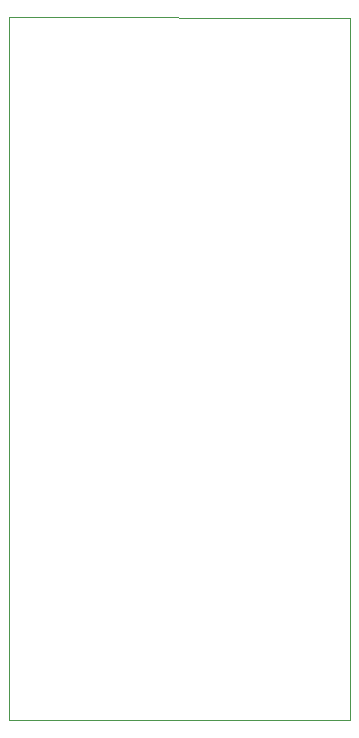
<source format=gbr>
%TF.GenerationSoftware,KiCad,Pcbnew,(5.1.6-0-10_14)*%
%TF.CreationDate,2020-08-24T18:45:30-04:00*%
%TF.ProjectId,atiny85_shield,6174696e-7938-4355-9f73-6869656c642e,rev?*%
%TF.SameCoordinates,Original*%
%TF.FileFunction,Profile,NP*%
%FSLAX46Y46*%
G04 Gerber Fmt 4.6, Leading zero omitted, Abs format (unit mm)*
G04 Created by KiCad (PCBNEW (5.1.6-0-10_14)) date 2020-08-24 18:45:30*
%MOMM*%
%LPD*%
G01*
G04 APERTURE LIST*
%TA.AperFunction,Profile*%
%ADD10C,0.050000*%
%TD*%
G04 APERTURE END LIST*
D10*
X36233100Y47269400D02*
X36233100Y-12179300D01*
X7340600Y47332900D02*
X36233100Y47269400D01*
X7340600Y-12179300D02*
X7340600Y47332900D01*
X36233100Y-12179300D02*
X7340600Y-12179300D01*
M02*

</source>
